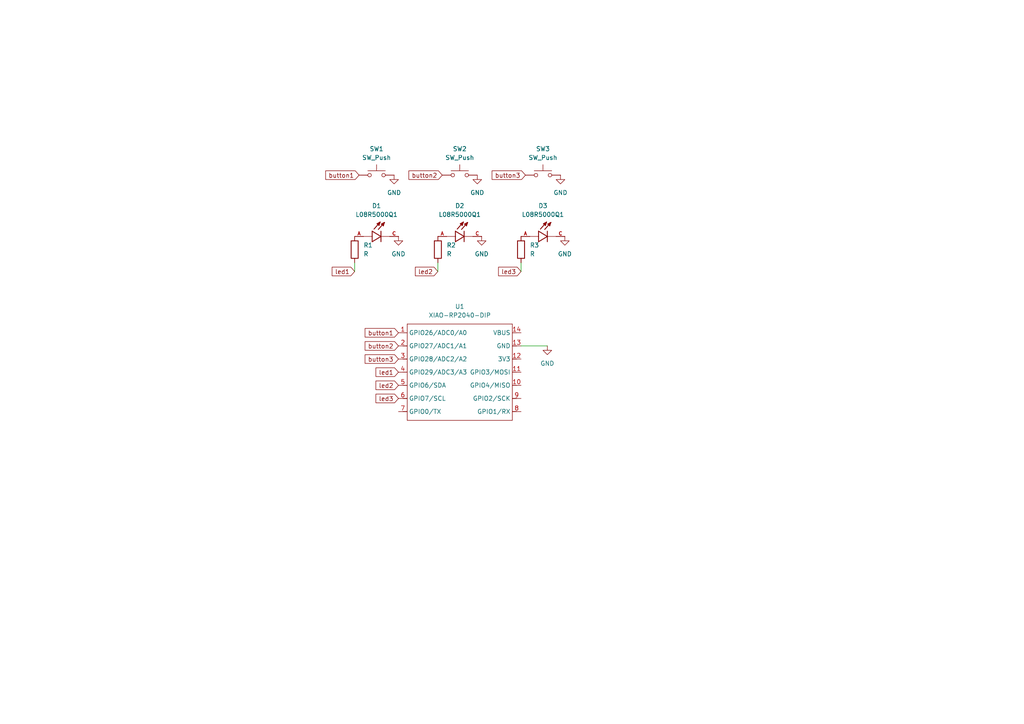
<source format=kicad_sch>
(kicad_sch
	(version 20250114)
	(generator "eeschema")
	(generator_version "9.0")
	(uuid "1e9290b3-2516-4212-965a-4c14fdc67eb5")
	(paper "A4")
	(lib_symbols
		(symbol "Device:R"
			(pin_numbers
				(hide yes)
			)
			(pin_names
				(offset 0)
			)
			(exclude_from_sim no)
			(in_bom yes)
			(on_board yes)
			(property "Reference" "R"
				(at 2.032 0 90)
				(effects
					(font
						(size 1.27 1.27)
					)
				)
			)
			(property "Value" "R"
				(at 0 0 90)
				(effects
					(font
						(size 1.27 1.27)
					)
				)
			)
			(property "Footprint" ""
				(at -1.778 0 90)
				(effects
					(font
						(size 1.27 1.27)
					)
					(hide yes)
				)
			)
			(property "Datasheet" "~"
				(at 0 0 0)
				(effects
					(font
						(size 1.27 1.27)
					)
					(hide yes)
				)
			)
			(property "Description" "Resistor"
				(at 0 0 0)
				(effects
					(font
						(size 1.27 1.27)
					)
					(hide yes)
				)
			)
			(property "ki_keywords" "R res resistor"
				(at 0 0 0)
				(effects
					(font
						(size 1.27 1.27)
					)
					(hide yes)
				)
			)
			(property "ki_fp_filters" "R_*"
				(at 0 0 0)
				(effects
					(font
						(size 1.27 1.27)
					)
					(hide yes)
				)
			)
			(symbol "R_0_1"
				(rectangle
					(start -1.016 -2.54)
					(end 1.016 2.54)
					(stroke
						(width 0.254)
						(type default)
					)
					(fill
						(type none)
					)
				)
			)
			(symbol "R_1_1"
				(pin passive line
					(at 0 3.81 270)
					(length 1.27)
					(name "~"
						(effects
							(font
								(size 1.27 1.27)
							)
						)
					)
					(number "1"
						(effects
							(font
								(size 1.27 1.27)
							)
						)
					)
				)
				(pin passive line
					(at 0 -3.81 90)
					(length 1.27)
					(name "~"
						(effects
							(font
								(size 1.27 1.27)
							)
						)
					)
					(number "2"
						(effects
							(font
								(size 1.27 1.27)
							)
						)
					)
				)
			)
			(embedded_fonts no)
		)
		(symbol "L08R5000Q1:L08R5000Q1"
			(pin_names
				(offset 1.016)
			)
			(exclude_from_sim no)
			(in_bom yes)
			(on_board yes)
			(property "Reference" "D"
				(at -3.0988 4.4958 0)
				(effects
					(font
						(size 1.27 1.27)
					)
					(justify left bottom)
				)
			)
			(property "Value" "L08R5000Q1"
				(at -3.556 -3.302 0)
				(effects
					(font
						(size 1.27 1.27)
					)
					(justify left bottom)
				)
			)
			(property "Footprint" "L08R5000Q1:LEDRD254W57D500H1070"
				(at 0 0 0)
				(effects
					(font
						(size 1.27 1.27)
					)
					(justify bottom)
					(hide yes)
				)
			)
			(property "Datasheet" ""
				(at 0 0 0)
				(effects
					(font
						(size 1.27 1.27)
					)
					(hide yes)
				)
			)
			(property "Description" ""
				(at 0 0 0)
				(effects
					(font
						(size 1.27 1.27)
					)
					(hide yes)
				)
			)
			(property "MF" "LED Technology"
				(at 0 0 0)
				(effects
					(font
						(size 1.27 1.27)
					)
					(justify bottom)
					(hide yes)
				)
			)
			(property "MAXIMUM_PACKAGE_HEIGHT" "10.7mm"
				(at 0 0 0)
				(effects
					(font
						(size 1.27 1.27)
					)
					(justify bottom)
					(hide yes)
				)
			)
			(property "Package" "None"
				(at 0 0 0)
				(effects
					(font
						(size 1.27 1.27)
					)
					(justify bottom)
					(hide yes)
				)
			)
			(property "Price" "None"
				(at 0 0 0)
				(effects
					(font
						(size 1.27 1.27)
					)
					(justify bottom)
					(hide yes)
				)
			)
			(property "Check_prices" "https://www.snapeda.com/parts/L08R5000Q1/LED+Technology/view-part/?ref=eda"
				(at 0 0 0)
				(effects
					(font
						(size 1.27 1.27)
					)
					(justify bottom)
					(hide yes)
				)
			)
			(property "STANDARD" "IPC-7351B"
				(at 0 0 0)
				(effects
					(font
						(size 1.27 1.27)
					)
					(justify bottom)
					(hide yes)
				)
			)
			(property "PARTREV" "NA"
				(at 0 0 0)
				(effects
					(font
						(size 1.27 1.27)
					)
					(justify bottom)
					(hide yes)
				)
			)
			(property "SnapEDA_Link" "https://www.snapeda.com/parts/L08R5000Q1/LED+Technology/view-part/?ref=snap"
				(at 0 0 0)
				(effects
					(font
						(size 1.27 1.27)
					)
					(justify bottom)
					(hide yes)
				)
			)
			(property "MP" "L08R5000Q1"
				(at 0 0 0)
				(effects
					(font
						(size 1.27 1.27)
					)
					(justify bottom)
					(hide yes)
				)
			)
			(property "Description_1" "LED, 5MM, ORANGE; LED / Lamp Size: 5mm / T-1 3/4; LED Colour: Orange; Typ Luminous Intensity: 4.3mcd; Viewing Angle: ..."
				(at 0 0 0)
				(effects
					(font
						(size 1.27 1.27)
					)
					(justify bottom)
					(hide yes)
				)
			)
			(property "Availability" "Not in stock"
				(at 0 0 0)
				(effects
					(font
						(size 1.27 1.27)
					)
					(justify bottom)
					(hide yes)
				)
			)
			(property "MANUFACTURER" "LED TECHNOLOGY"
				(at 0 0 0)
				(effects
					(font
						(size 1.27 1.27)
					)
					(justify bottom)
					(hide yes)
				)
			)
			(symbol "L08R5000Q1_0_0"
				(polyline
					(pts
						(xy -2.54 1.524) (xy -2.54 0)
					)
					(stroke
						(width 0.254)
						(type default)
					)
					(fill
						(type none)
					)
				)
				(polyline
					(pts
						(xy -2.54 0) (xy -5.08 0)
					)
					(stroke
						(width 0.1524)
						(type default)
					)
					(fill
						(type none)
					)
				)
				(polyline
					(pts
						(xy -2.54 0) (xy -2.54 -1.524)
					)
					(stroke
						(width 0.254)
						(type default)
					)
					(fill
						(type none)
					)
				)
				(polyline
					(pts
						(xy -2.54 -1.524) (xy 0 0)
					)
					(stroke
						(width 0.254)
						(type default)
					)
					(fill
						(type none)
					)
				)
				(polyline
					(pts
						(xy -1.1176 3.683) (xy -0.2286 4.1656)
					)
					(stroke
						(width 0.254)
						(type default)
					)
					(fill
						(type none)
					)
				)
				(polyline
					(pts
						(xy -0.9398 3.6068) (xy -0.7112 3.7592)
					)
					(stroke
						(width 0.254)
						(type default)
					)
					(fill
						(type none)
					)
				)
				(polyline
					(pts
						(xy -0.5588 3.2004) (xy -1.1176 3.683)
					)
					(stroke
						(width 0.254)
						(type default)
					)
					(fill
						(type none)
					)
				)
				(polyline
					(pts
						(xy -0.5588 3.2004) (xy -0.5334 3.937)
					)
					(stroke
						(width 0.254)
						(type default)
					)
					(fill
						(type none)
					)
				)
				(polyline
					(pts
						(xy -0.5334 3.937) (xy -0.6604 3.937)
					)
					(stroke
						(width 0.254)
						(type default)
					)
					(fill
						(type none)
					)
				)
				(polyline
					(pts
						(xy -0.2286 4.1656) (xy -2.0066 2.1336)
					)
					(stroke
						(width 0.254)
						(type default)
					)
					(fill
						(type none)
					)
				)
				(polyline
					(pts
						(xy -0.2286 4.1656) (xy -0.5588 3.2004)
					)
					(stroke
						(width 0.254)
						(type default)
					)
					(fill
						(type none)
					)
				)
				(polyline
					(pts
						(xy 0 1.524) (xy 0 0)
					)
					(stroke
						(width 0.254)
						(type default)
					)
					(fill
						(type none)
					)
				)
				(polyline
					(pts
						(xy 0 0) (xy -2.54 1.524)
					)
					(stroke
						(width 0.254)
						(type default)
					)
					(fill
						(type none)
					)
				)
				(polyline
					(pts
						(xy 0 0) (xy 0 -1.524)
					)
					(stroke
						(width 0.254)
						(type default)
					)
					(fill
						(type none)
					)
				)
				(polyline
					(pts
						(xy 0.127 3.5814) (xy 1.016 4.064)
					)
					(stroke
						(width 0.254)
						(type default)
					)
					(fill
						(type none)
					)
				)
				(polyline
					(pts
						(xy 0.3048 3.5052) (xy 0.5334 3.6576)
					)
					(stroke
						(width 0.254)
						(type default)
					)
					(fill
						(type none)
					)
				)
				(polyline
					(pts
						(xy 0.6858 3.0988) (xy 0.127 3.5814)
					)
					(stroke
						(width 0.254)
						(type default)
					)
					(fill
						(type none)
					)
				)
				(polyline
					(pts
						(xy 0.6858 3.0988) (xy 0.7112 3.8354)
					)
					(stroke
						(width 0.254)
						(type default)
					)
					(fill
						(type none)
					)
				)
				(polyline
					(pts
						(xy 0.7112 3.8354) (xy 0.5842 3.8354)
					)
					(stroke
						(width 0.254)
						(type default)
					)
					(fill
						(type none)
					)
				)
				(polyline
					(pts
						(xy 1.016 4.064) (xy -0.762 2.032)
					)
					(stroke
						(width 0.254)
						(type default)
					)
					(fill
						(type none)
					)
				)
				(polyline
					(pts
						(xy 1.016 4.064) (xy 0.6858 3.0988)
					)
					(stroke
						(width 0.254)
						(type default)
					)
					(fill
						(type none)
					)
				)
				(polyline
					(pts
						(xy 2.54 0) (xy 0 0)
					)
					(stroke
						(width 0.1524)
						(type default)
					)
					(fill
						(type none)
					)
				)
				(pin passive line
					(at -7.62 0 0)
					(length 2.54)
					(name "~"
						(effects
							(font
								(size 1.016 1.016)
							)
						)
					)
					(number "A"
						(effects
							(font
								(size 1.016 1.016)
							)
						)
					)
				)
				(pin passive line
					(at 5.08 0 180)
					(length 2.54)
					(name "~"
						(effects
							(font
								(size 1.016 1.016)
							)
						)
					)
					(number "C"
						(effects
							(font
								(size 1.016 1.016)
							)
						)
					)
				)
			)
			(embedded_fonts no)
		)
		(symbol "Seeed_Studio_XIAO_Series:XIAO-RP2040-DIP"
			(exclude_from_sim no)
			(in_bom yes)
			(on_board yes)
			(property "Reference" "U"
				(at 0 0 0)
				(effects
					(font
						(size 1.27 1.27)
					)
				)
			)
			(property "Value" "XIAO-RP2040-DIP"
				(at 5.334 -1.778 0)
				(effects
					(font
						(size 1.27 1.27)
					)
				)
			)
			(property "Footprint" "Module:MOUDLE14P-XIAO-DIP-SMD"
				(at 14.478 -32.258 0)
				(effects
					(font
						(size 1.27 1.27)
					)
					(hide yes)
				)
			)
			(property "Datasheet" ""
				(at 0 0 0)
				(effects
					(font
						(size 1.27 1.27)
					)
					(hide yes)
				)
			)
			(property "Description" ""
				(at 0 0 0)
				(effects
					(font
						(size 1.27 1.27)
					)
					(hide yes)
				)
			)
			(symbol "XIAO-RP2040-DIP_1_0"
				(polyline
					(pts
						(xy -1.27 -2.54) (xy 29.21 -2.54)
					)
					(stroke
						(width 0.1524)
						(type solid)
					)
					(fill
						(type none)
					)
				)
				(polyline
					(pts
						(xy -1.27 -5.08) (xy -2.54 -5.08)
					)
					(stroke
						(width 0.1524)
						(type solid)
					)
					(fill
						(type none)
					)
				)
				(polyline
					(pts
						(xy -1.27 -5.08) (xy -1.27 -2.54)
					)
					(stroke
						(width 0.1524)
						(type solid)
					)
					(fill
						(type none)
					)
				)
				(polyline
					(pts
						(xy -1.27 -8.89) (xy -2.54 -8.89)
					)
					(stroke
						(width 0.1524)
						(type solid)
					)
					(fill
						(type none)
					)
				)
				(polyline
					(pts
						(xy -1.27 -8.89) (xy -1.27 -5.08)
					)
					(stroke
						(width 0.1524)
						(type solid)
					)
					(fill
						(type none)
					)
				)
				(polyline
					(pts
						(xy -1.27 -12.7) (xy -2.54 -12.7)
					)
					(stroke
						(width 0.1524)
						(type solid)
					)
					(fill
						(type none)
					)
				)
				(polyline
					(pts
						(xy -1.27 -12.7) (xy -1.27 -8.89)
					)
					(stroke
						(width 0.1524)
						(type solid)
					)
					(fill
						(type none)
					)
				)
				(polyline
					(pts
						(xy -1.27 -16.51) (xy -2.54 -16.51)
					)
					(stroke
						(width 0.1524)
						(type solid)
					)
					(fill
						(type none)
					)
				)
				(polyline
					(pts
						(xy -1.27 -16.51) (xy -1.27 -12.7)
					)
					(stroke
						(width 0.1524)
						(type solid)
					)
					(fill
						(type none)
					)
				)
				(polyline
					(pts
						(xy -1.27 -20.32) (xy -2.54 -20.32)
					)
					(stroke
						(width 0.1524)
						(type solid)
					)
					(fill
						(type none)
					)
				)
				(polyline
					(pts
						(xy -1.27 -24.13) (xy -2.54 -24.13)
					)
					(stroke
						(width 0.1524)
						(type solid)
					)
					(fill
						(type none)
					)
				)
				(polyline
					(pts
						(xy -1.27 -27.94) (xy -2.54 -27.94)
					)
					(stroke
						(width 0.1524)
						(type solid)
					)
					(fill
						(type none)
					)
				)
				(polyline
					(pts
						(xy -1.27 -30.48) (xy -1.27 -16.51)
					)
					(stroke
						(width 0.1524)
						(type solid)
					)
					(fill
						(type none)
					)
				)
				(polyline
					(pts
						(xy 29.21 -2.54) (xy 29.21 -5.08)
					)
					(stroke
						(width 0.1524)
						(type solid)
					)
					(fill
						(type none)
					)
				)
				(polyline
					(pts
						(xy 29.21 -5.08) (xy 29.21 -8.89)
					)
					(stroke
						(width 0.1524)
						(type solid)
					)
					(fill
						(type none)
					)
				)
				(polyline
					(pts
						(xy 29.21 -8.89) (xy 29.21 -12.7)
					)
					(stroke
						(width 0.1524)
						(type solid)
					)
					(fill
						(type none)
					)
				)
				(polyline
					(pts
						(xy 29.21 -12.7) (xy 29.21 -30.48)
					)
					(stroke
						(width 0.1524)
						(type solid)
					)
					(fill
						(type none)
					)
				)
				(polyline
					(pts
						(xy 29.21 -30.48) (xy -1.27 -30.48)
					)
					(stroke
						(width 0.1524)
						(type solid)
					)
					(fill
						(type none)
					)
				)
				(polyline
					(pts
						(xy 30.48 -5.08) (xy 29.21 -5.08)
					)
					(stroke
						(width 0.1524)
						(type solid)
					)
					(fill
						(type none)
					)
				)
				(polyline
					(pts
						(xy 30.48 -8.89) (xy 29.21 -8.89)
					)
					(stroke
						(width 0.1524)
						(type solid)
					)
					(fill
						(type none)
					)
				)
				(polyline
					(pts
						(xy 30.48 -12.7) (xy 29.21 -12.7)
					)
					(stroke
						(width 0.1524)
						(type solid)
					)
					(fill
						(type none)
					)
				)
				(polyline
					(pts
						(xy 30.48 -16.51) (xy 29.21 -16.51)
					)
					(stroke
						(width 0.1524)
						(type solid)
					)
					(fill
						(type none)
					)
				)
				(polyline
					(pts
						(xy 30.48 -20.32) (xy 29.21 -20.32)
					)
					(stroke
						(width 0.1524)
						(type solid)
					)
					(fill
						(type none)
					)
				)
				(polyline
					(pts
						(xy 30.48 -24.13) (xy 29.21 -24.13)
					)
					(stroke
						(width 0.1524)
						(type solid)
					)
					(fill
						(type none)
					)
				)
				(polyline
					(pts
						(xy 30.48 -27.94) (xy 29.21 -27.94)
					)
					(stroke
						(width 0.1524)
						(type solid)
					)
					(fill
						(type none)
					)
				)
				(pin passive line
					(at -3.81 -5.08 0)
					(length 2.54)
					(name "GPIO26/ADC0/A0"
						(effects
							(font
								(size 1.27 1.27)
							)
						)
					)
					(number "1"
						(effects
							(font
								(size 1.27 1.27)
							)
						)
					)
				)
				(pin passive line
					(at -3.81 -8.89 0)
					(length 2.54)
					(name "GPIO27/ADC1/A1"
						(effects
							(font
								(size 1.27 1.27)
							)
						)
					)
					(number "2"
						(effects
							(font
								(size 1.27 1.27)
							)
						)
					)
				)
				(pin passive line
					(at -3.81 -12.7 0)
					(length 2.54)
					(name "GPIO28/ADC2/A2"
						(effects
							(font
								(size 1.27 1.27)
							)
						)
					)
					(number "3"
						(effects
							(font
								(size 1.27 1.27)
							)
						)
					)
				)
				(pin passive line
					(at -3.81 -16.51 0)
					(length 2.54)
					(name "GPIO29/ADC3/A3"
						(effects
							(font
								(size 1.27 1.27)
							)
						)
					)
					(number "4"
						(effects
							(font
								(size 1.27 1.27)
							)
						)
					)
				)
				(pin passive line
					(at -3.81 -20.32 0)
					(length 2.54)
					(name "GPIO6/SDA"
						(effects
							(font
								(size 1.27 1.27)
							)
						)
					)
					(number "5"
						(effects
							(font
								(size 1.27 1.27)
							)
						)
					)
				)
				(pin passive line
					(at -3.81 -24.13 0)
					(length 2.54)
					(name "GPIO7/SCL"
						(effects
							(font
								(size 1.27 1.27)
							)
						)
					)
					(number "6"
						(effects
							(font
								(size 1.27 1.27)
							)
						)
					)
				)
				(pin passive line
					(at -3.81 -27.94 0)
					(length 2.54)
					(name "GPIO0/TX"
						(effects
							(font
								(size 1.27 1.27)
							)
						)
					)
					(number "7"
						(effects
							(font
								(size 1.27 1.27)
							)
						)
					)
				)
				(pin passive line
					(at 31.75 -5.08 180)
					(length 2.54)
					(name "VBUS"
						(effects
							(font
								(size 1.27 1.27)
							)
						)
					)
					(number "14"
						(effects
							(font
								(size 1.27 1.27)
							)
						)
					)
				)
				(pin passive line
					(at 31.75 -8.89 180)
					(length 2.54)
					(name "GND"
						(effects
							(font
								(size 1.27 1.27)
							)
						)
					)
					(number "13"
						(effects
							(font
								(size 1.27 1.27)
							)
						)
					)
				)
				(pin passive line
					(at 31.75 -12.7 180)
					(length 2.54)
					(name "3V3"
						(effects
							(font
								(size 1.27 1.27)
							)
						)
					)
					(number "12"
						(effects
							(font
								(size 1.27 1.27)
							)
						)
					)
				)
				(pin passive line
					(at 31.75 -16.51 180)
					(length 2.54)
					(name "GPIO3/MOSI"
						(effects
							(font
								(size 1.27 1.27)
							)
						)
					)
					(number "11"
						(effects
							(font
								(size 1.27 1.27)
							)
						)
					)
				)
				(pin passive line
					(at 31.75 -20.32 180)
					(length 2.54)
					(name "GPIO4/MISO"
						(effects
							(font
								(size 1.27 1.27)
							)
						)
					)
					(number "10"
						(effects
							(font
								(size 1.27 1.27)
							)
						)
					)
				)
				(pin passive line
					(at 31.75 -24.13 180)
					(length 2.54)
					(name "GPIO2/SCK"
						(effects
							(font
								(size 1.27 1.27)
							)
						)
					)
					(number "9"
						(effects
							(font
								(size 1.27 1.27)
							)
						)
					)
				)
				(pin passive line
					(at 31.75 -27.94 180)
					(length 2.54)
					(name "GPIO1/RX"
						(effects
							(font
								(size 1.27 1.27)
							)
						)
					)
					(number "8"
						(effects
							(font
								(size 1.27 1.27)
							)
						)
					)
				)
			)
			(embedded_fonts no)
		)
		(symbol "Switch:SW_Push"
			(pin_numbers
				(hide yes)
			)
			(pin_names
				(offset 1.016)
				(hide yes)
			)
			(exclude_from_sim no)
			(in_bom yes)
			(on_board yes)
			(property "Reference" "SW"
				(at 1.27 2.54 0)
				(effects
					(font
						(size 1.27 1.27)
					)
					(justify left)
				)
			)
			(property "Value" "SW_Push"
				(at 0 -1.524 0)
				(effects
					(font
						(size 1.27 1.27)
					)
				)
			)
			(property "Footprint" ""
				(at 0 5.08 0)
				(effects
					(font
						(size 1.27 1.27)
					)
					(hide yes)
				)
			)
			(property "Datasheet" "~"
				(at 0 5.08 0)
				(effects
					(font
						(size 1.27 1.27)
					)
					(hide yes)
				)
			)
			(property "Description" "Push button switch, generic, two pins"
				(at 0 0 0)
				(effects
					(font
						(size 1.27 1.27)
					)
					(hide yes)
				)
			)
			(property "ki_keywords" "switch normally-open pushbutton push-button"
				(at 0 0 0)
				(effects
					(font
						(size 1.27 1.27)
					)
					(hide yes)
				)
			)
			(symbol "SW_Push_0_1"
				(circle
					(center -2.032 0)
					(radius 0.508)
					(stroke
						(width 0)
						(type default)
					)
					(fill
						(type none)
					)
				)
				(polyline
					(pts
						(xy 0 1.27) (xy 0 3.048)
					)
					(stroke
						(width 0)
						(type default)
					)
					(fill
						(type none)
					)
				)
				(circle
					(center 2.032 0)
					(radius 0.508)
					(stroke
						(width 0)
						(type default)
					)
					(fill
						(type none)
					)
				)
				(polyline
					(pts
						(xy 2.54 1.27) (xy -2.54 1.27)
					)
					(stroke
						(width 0)
						(type default)
					)
					(fill
						(type none)
					)
				)
				(pin passive line
					(at -5.08 0 0)
					(length 2.54)
					(name "1"
						(effects
							(font
								(size 1.27 1.27)
							)
						)
					)
					(number "1"
						(effects
							(font
								(size 1.27 1.27)
							)
						)
					)
				)
				(pin passive line
					(at 5.08 0 180)
					(length 2.54)
					(name "2"
						(effects
							(font
								(size 1.27 1.27)
							)
						)
					)
					(number "2"
						(effects
							(font
								(size 1.27 1.27)
							)
						)
					)
				)
			)
			(embedded_fonts no)
		)
		(symbol "power:GND"
			(power)
			(pin_numbers
				(hide yes)
			)
			(pin_names
				(offset 0)
				(hide yes)
			)
			(exclude_from_sim no)
			(in_bom yes)
			(on_board yes)
			(property "Reference" "#PWR"
				(at 0 -6.35 0)
				(effects
					(font
						(size 1.27 1.27)
					)
					(hide yes)
				)
			)
			(property "Value" "GND"
				(at 0 -3.81 0)
				(effects
					(font
						(size 1.27 1.27)
					)
				)
			)
			(property "Footprint" ""
				(at 0 0 0)
				(effects
					(font
						(size 1.27 1.27)
					)
					(hide yes)
				)
			)
			(property "Datasheet" ""
				(at 0 0 0)
				(effects
					(font
						(size 1.27 1.27)
					)
					(hide yes)
				)
			)
			(property "Description" "Power symbol creates a global label with name \"GND\" , ground"
				(at 0 0 0)
				(effects
					(font
						(size 1.27 1.27)
					)
					(hide yes)
				)
			)
			(property "ki_keywords" "global power"
				(at 0 0 0)
				(effects
					(font
						(size 1.27 1.27)
					)
					(hide yes)
				)
			)
			(symbol "GND_0_1"
				(polyline
					(pts
						(xy 0 0) (xy 0 -1.27) (xy 1.27 -1.27) (xy 0 -2.54) (xy -1.27 -1.27) (xy 0 -1.27)
					)
					(stroke
						(width 0)
						(type default)
					)
					(fill
						(type none)
					)
				)
			)
			(symbol "GND_1_1"
				(pin power_in line
					(at 0 0 270)
					(length 0)
					(name "~"
						(effects
							(font
								(size 1.27 1.27)
							)
						)
					)
					(number "1"
						(effects
							(font
								(size 1.27 1.27)
							)
						)
					)
				)
			)
			(embedded_fonts no)
		)
	)
	(wire
		(pts
			(xy 151.13 100.33) (xy 158.75 100.33)
		)
		(stroke
			(width 0)
			(type default)
		)
		(uuid "29fcf59e-f064-4dbd-b6ae-45e85b63b5f8")
	)
	(wire
		(pts
			(xy 102.87 78.74) (xy 102.87 76.2)
		)
		(stroke
			(width 0)
			(type default)
		)
		(uuid "516810e8-fac7-49aa-8c25-f0b569ac0946")
	)
	(wire
		(pts
			(xy 127 78.74) (xy 127 76.2)
		)
		(stroke
			(width 0)
			(type default)
		)
		(uuid "622a16b4-2b3d-4a77-b3a6-fe0fc528a6c3")
	)
	(wire
		(pts
			(xy 151.13 78.74) (xy 151.13 76.2)
		)
		(stroke
			(width 0)
			(type default)
		)
		(uuid "d4f40c6e-8bfb-472a-be44-c78efd34d3b9")
	)
	(global_label "button3"
		(shape input)
		(at 152.4 50.8 180)
		(fields_autoplaced yes)
		(effects
			(font
				(size 1.27 1.27)
			)
			(justify right)
		)
		(uuid "03084eaf-bd04-4f37-85a8-06eb8a13f673")
		(property "Intersheetrefs" "${INTERSHEET_REFS}"
			(at 142.1579 50.8 0)
			(effects
				(font
					(size 1.27 1.27)
				)
				(justify right)
				(hide yes)
			)
		)
	)
	(global_label "led2"
		(shape input)
		(at 127 78.74 180)
		(fields_autoplaced yes)
		(effects
			(font
				(size 1.27 1.27)
			)
			(justify right)
		)
		(uuid "2aecf968-688b-4c1c-8943-99081167db04")
		(property "Intersheetrefs" "${INTERSHEET_REFS}"
			(at 119.9025 78.74 0)
			(effects
				(font
					(size 1.27 1.27)
				)
				(justify right)
				(hide yes)
			)
		)
	)
	(global_label "led3"
		(shape input)
		(at 151.13 78.74 180)
		(fields_autoplaced yes)
		(effects
			(font
				(size 1.27 1.27)
			)
			(justify right)
		)
		(uuid "4cc3aa2c-8786-46bd-93fc-ea4f005d3ca6")
		(property "Intersheetrefs" "${INTERSHEET_REFS}"
			(at 144.0325 78.74 0)
			(effects
				(font
					(size 1.27 1.27)
				)
				(justify right)
				(hide yes)
			)
		)
	)
	(global_label "led1"
		(shape input)
		(at 102.87 78.74 180)
		(fields_autoplaced yes)
		(effects
			(font
				(size 1.27 1.27)
			)
			(justify right)
		)
		(uuid "82b5d4fb-dee1-49a1-beaa-22511c65101b")
		(property "Intersheetrefs" "${INTERSHEET_REFS}"
			(at 95.7725 78.74 0)
			(effects
				(font
					(size 1.27 1.27)
				)
				(justify right)
				(hide yes)
			)
		)
	)
	(global_label "led1"
		(shape input)
		(at 115.57 107.95 180)
		(fields_autoplaced yes)
		(effects
			(font
				(size 1.27 1.27)
			)
			(justify right)
		)
		(uuid "ab7613cf-b06b-403b-a21c-6cee5e231758")
		(property "Intersheetrefs" "${INTERSHEET_REFS}"
			(at 108.4725 107.95 0)
			(effects
				(font
					(size 1.27 1.27)
				)
				(justify right)
				(hide yes)
			)
		)
	)
	(global_label "button2"
		(shape input)
		(at 128.27 50.8 180)
		(fields_autoplaced yes)
		(effects
			(font
				(size 1.27 1.27)
			)
			(justify right)
		)
		(uuid "ad6f621a-5b50-4bc2-95ff-95d83b546e6f")
		(property "Intersheetrefs" "${INTERSHEET_REFS}"
			(at 118.0279 50.8 0)
			(effects
				(font
					(size 1.27 1.27)
				)
				(justify right)
				(hide yes)
			)
		)
	)
	(global_label "button2"
		(shape input)
		(at 115.57 100.33 180)
		(fields_autoplaced yes)
		(effects
			(font
				(size 1.27 1.27)
			)
			(justify right)
		)
		(uuid "b36b6ec6-e97d-477b-b561-c7a5bb9afc8e")
		(property "Intersheetrefs" "${INTERSHEET_REFS}"
			(at 105.3279 100.33 0)
			(effects
				(font
					(size 1.27 1.27)
				)
				(justify right)
				(hide yes)
			)
		)
	)
	(global_label "led2"
		(shape input)
		(at 115.57 111.76 180)
		(fields_autoplaced yes)
		(effects
			(font
				(size 1.27 1.27)
			)
			(justify right)
		)
		(uuid "cf719976-22f5-478b-bf82-97e3e3070b73")
		(property "Intersheetrefs" "${INTERSHEET_REFS}"
			(at 108.4725 111.76 0)
			(effects
				(font
					(size 1.27 1.27)
				)
				(justify right)
				(hide yes)
			)
		)
	)
	(global_label "button1"
		(shape input)
		(at 115.57 96.52 180)
		(fields_autoplaced yes)
		(effects
			(font
				(size 1.27 1.27)
			)
			(justify right)
		)
		(uuid "d27145d1-2dfe-4d0e-9661-457b9a947634")
		(property "Intersheetrefs" "${INTERSHEET_REFS}"
			(at 105.3279 96.52 0)
			(effects
				(font
					(size 1.27 1.27)
				)
				(justify right)
				(hide yes)
			)
		)
	)
	(global_label "button1"
		(shape input)
		(at 104.14 50.8 180)
		(fields_autoplaced yes)
		(effects
			(font
				(size 1.27 1.27)
			)
			(justify right)
		)
		(uuid "de8f352f-89a7-4b2f-a2d2-b2dbcd0805d3")
		(property "Intersheetrefs" "${INTERSHEET_REFS}"
			(at 93.8979 50.8 0)
			(effects
				(font
					(size 1.27 1.27)
				)
				(justify right)
				(hide yes)
			)
		)
	)
	(global_label "led3"
		(shape input)
		(at 115.57 115.57 180)
		(fields_autoplaced yes)
		(effects
			(font
				(size 1.27 1.27)
			)
			(justify right)
		)
		(uuid "df0792f7-e70c-4918-9021-d1b08990f058")
		(property "Intersheetrefs" "${INTERSHEET_REFS}"
			(at 108.4725 115.57 0)
			(effects
				(font
					(size 1.27 1.27)
				)
				(justify right)
				(hide yes)
			)
		)
	)
	(global_label "button3"
		(shape input)
		(at 115.57 104.14 180)
		(fields_autoplaced yes)
		(effects
			(font
				(size 1.27 1.27)
			)
			(justify right)
		)
		(uuid "eb5a2f45-da7e-4828-9553-db1d6fbbd5f5")
		(property "Intersheetrefs" "${INTERSHEET_REFS}"
			(at 105.3279 104.14 0)
			(effects
				(font
					(size 1.27 1.27)
				)
				(justify right)
				(hide yes)
			)
		)
	)
	(symbol
		(lib_id "L08R5000Q1:L08R5000Q1")
		(at 134.62 68.58 0)
		(unit 1)
		(exclude_from_sim no)
		(in_bom yes)
		(on_board yes)
		(dnp no)
		(fields_autoplaced yes)
		(uuid "09b3f50a-46db-4ce2-bf52-8fdff8957f66")
		(property "Reference" "D2"
			(at 133.35 59.69 0)
			(effects
				(font
					(size 1.27 1.27)
				)
			)
		)
		(property "Value" "L08R5000Q1"
			(at 133.35 62.23 0)
			(effects
				(font
					(size 1.27 1.27)
				)
			)
		)
		(property "Footprint" "L08R5000Q1:LEDRD254W57D500H1070"
			(at 134.62 68.58 0)
			(effects
				(font
					(size 1.27 1.27)
				)
				(justify bottom)
				(hide yes)
			)
		)
		(property "Datasheet" ""
			(at 134.62 68.58 0)
			(effects
				(font
					(size 1.27 1.27)
				)
				(hide yes)
			)
		)
		(property "Description" ""
			(at 134.62 68.58 0)
			(effects
				(font
					(size 1.27 1.27)
				)
				(hide yes)
			)
		)
		(property "MF" "LED Technology"
			(at 134.62 68.58 0)
			(effects
				(font
					(size 1.27 1.27)
				)
				(justify bottom)
				(hide yes)
			)
		)
		(property "MAXIMUM_PACKAGE_HEIGHT" "10.7mm"
			(at 134.62 68.58 0)
			(effects
				(font
					(size 1.27 1.27)
				)
				(justify bottom)
				(hide yes)
			)
		)
		(property "Package" "None"
			(at 134.62 68.58 0)
			(effects
				(font
					(size 1.27 1.27)
				)
				(justify bottom)
				(hide yes)
			)
		)
		(property "Price" "None"
			(at 134.62 68.58 0)
			(effects
				(font
					(size 1.27 1.27)
				)
				(justify bottom)
				(hide yes)
			)
		)
		(property "Check_prices" "https://www.snapeda.com/parts/L08R5000Q1/LED+Technology/view-part/?ref=eda"
			(at 134.62 68.58 0)
			(effects
				(font
					(size 1.27 1.27)
				)
				(justify bottom)
				(hide yes)
			)
		)
		(property "STANDARD" "IPC-7351B"
			(at 134.62 68.58 0)
			(effects
				(font
					(size 1.27 1.27)
				)
				(justify bottom)
				(hide yes)
			)
		)
		(property "PARTREV" "NA"
			(at 134.62 68.58 0)
			(effects
				(font
					(size 1.27 1.27)
				)
				(justify bottom)
				(hide yes)
			)
		)
		(property "SnapEDA_Link" "https://www.snapeda.com/parts/L08R5000Q1/LED+Technology/view-part/?ref=snap"
			(at 134.62 68.58 0)
			(effects
				(font
					(size 1.27 1.27)
				)
				(justify bottom)
				(hide yes)
			)
		)
		(property "MP" "L08R5000Q1"
			(at 134.62 68.58 0)
			(effects
				(font
					(size 1.27 1.27)
				)
				(justify bottom)
				(hide yes)
			)
		)
		(property "Description_1" "LED, 5MM, ORANGE; LED / Lamp Size: 5mm / T-1 3/4; LED Colour: Orange; Typ Luminous Intensity: 4.3mcd; Viewing Angle: ..."
			(at 134.62 68.58 0)
			(effects
				(font
					(size 1.27 1.27)
				)
				(justify bottom)
				(hide yes)
			)
		)
		(property "Availability" "Not in stock"
			(at 134.62 68.58 0)
			(effects
				(font
					(size 1.27 1.27)
				)
				(justify bottom)
				(hide yes)
			)
		)
		(property "MANUFACTURER" "LED TECHNOLOGY"
			(at 134.62 68.58 0)
			(effects
				(font
					(size 1.27 1.27)
				)
				(justify bottom)
				(hide yes)
			)
		)
		(pin "A"
			(uuid "44b35d63-8f07-4d26-b6c6-836e582053dd")
		)
		(pin "C"
			(uuid "9dbbbfa7-7cb7-480a-9e68-832b7ca13a05")
		)
		(instances
			(project ""
				(path "/1e9290b3-2516-4212-965a-4c14fdc67eb5"
					(reference "D2")
					(unit 1)
				)
			)
		)
	)
	(symbol
		(lib_id "L08R5000Q1:L08R5000Q1")
		(at 110.49 68.58 0)
		(unit 1)
		(exclude_from_sim no)
		(in_bom yes)
		(on_board yes)
		(dnp no)
		(fields_autoplaced yes)
		(uuid "20569f2e-3c2b-42b2-9c90-14634338cf19")
		(property "Reference" "D1"
			(at 109.22 59.69 0)
			(effects
				(font
					(size 1.27 1.27)
				)
			)
		)
		(property "Value" "L08R5000Q1"
			(at 109.22 62.23 0)
			(effects
				(font
					(size 1.27 1.27)
				)
			)
		)
		(property "Footprint" "L08R5000Q1:LEDRD254W57D500H1070"
			(at 110.49 68.58 0)
			(effects
				(font
					(size 1.27 1.27)
				)
				(justify bottom)
				(hide yes)
			)
		)
		(property "Datasheet" ""
			(at 110.49 68.58 0)
			(effects
				(font
					(size 1.27 1.27)
				)
				(hide yes)
			)
		)
		(property "Description" ""
			(at 110.49 68.58 0)
			(effects
				(font
					(size 1.27 1.27)
				)
				(hide yes)
			)
		)
		(property "MF" "LED Technology"
			(at 110.49 68.58 0)
			(effects
				(font
					(size 1.27 1.27)
				)
				(justify bottom)
				(hide yes)
			)
		)
		(property "MAXIMUM_PACKAGE_HEIGHT" "10.7mm"
			(at 110.49 68.58 0)
			(effects
				(font
					(size 1.27 1.27)
				)
				(justify bottom)
				(hide yes)
			)
		)
		(property "Package" "None"
			(at 110.49 68.58 0)
			(effects
				(font
					(size 1.27 1.27)
				)
				(justify bottom)
				(hide yes)
			)
		)
		(property "Price" "None"
			(at 110.49 68.58 0)
			(effects
				(font
					(size 1.27 1.27)
				)
				(justify bottom)
				(hide yes)
			)
		)
		(property "Check_prices" "https://www.snapeda.com/parts/L08R5000Q1/LED+Technology/view-part/?ref=eda"
			(at 110.49 68.58 0)
			(effects
				(font
					(size 1.27 1.27)
				)
				(justify bottom)
				(hide yes)
			)
		)
		(property "STANDARD" "IPC-7351B"
			(at 110.49 68.58 0)
			(effects
				(font
					(size 1.27 1.27)
				)
				(justify bottom)
				(hide yes)
			)
		)
		(property "PARTREV" "NA"
			(at 110.49 68.58 0)
			(effects
				(font
					(size 1.27 1.27)
				)
				(justify bottom)
				(hide yes)
			)
		)
		(property "SnapEDA_Link" "https://www.snapeda.com/parts/L08R5000Q1/LED+Technology/view-part/?ref=snap"
			(at 110.49 68.58 0)
			(effects
				(font
					(size 1.27 1.27)
				)
				(justify bottom)
				(hide yes)
			)
		)
		(property "MP" "L08R5000Q1"
			(at 110.49 68.58 0)
			(effects
				(font
					(size 1.27 1.27)
				)
				(justify bottom)
				(hide yes)
			)
		)
		(property "Description_1" "LED, 5MM, ORANGE; LED / Lamp Size: 5mm / T-1 3/4; LED Colour: Orange; Typ Luminous Intensity: 4.3mcd; Viewing Angle: ..."
			(at 110.49 68.58 0)
			(effects
				(font
					(size 1.27 1.27)
				)
				(justify bottom)
				(hide yes)
			)
		)
		(property "Availability" "Not in stock"
			(at 110.49 68.58 0)
			(effects
				(font
					(size 1.27 1.27)
				)
				(justify bottom)
				(hide yes)
			)
		)
		(property "MANUFACTURER" "LED TECHNOLOGY"
			(at 110.49 68.58 0)
			(effects
				(font
					(size 1.27 1.27)
				)
				(justify bottom)
				(hide yes)
			)
		)
		(pin "C"
			(uuid "4e7056a1-7240-44e5-b4b2-6e34b1f13f71")
		)
		(pin "A"
			(uuid "b336490d-37d4-48d4-a8e0-37030b6dff96")
		)
		(instances
			(project ""
				(path "/1e9290b3-2516-4212-965a-4c14fdc67eb5"
					(reference "D1")
					(unit 1)
				)
			)
		)
	)
	(symbol
		(lib_id "Seeed_Studio_XIAO_Series:XIAO-RP2040-DIP")
		(at 119.38 91.44 0)
		(unit 1)
		(exclude_from_sim no)
		(in_bom yes)
		(on_board yes)
		(dnp no)
		(fields_autoplaced yes)
		(uuid "3f36ba81-ae14-42ad-b493-a6ffeb4f498e")
		(property "Reference" "U1"
			(at 133.35 88.9 0)
			(effects
				(font
					(size 1.27 1.27)
				)
			)
		)
		(property "Value" "XIAO-RP2040-DIP"
			(at 133.35 91.44 0)
			(effects
				(font
					(size 1.27 1.27)
				)
			)
		)
		(property "Footprint" "Module:MOUDLE14P-XIAO-DIP-SMD"
			(at 133.858 123.698 0)
			(effects
				(font
					(size 1.27 1.27)
				)
				(hide yes)
			)
		)
		(property "Datasheet" ""
			(at 119.38 91.44 0)
			(effects
				(font
					(size 1.27 1.27)
				)
				(hide yes)
			)
		)
		(property "Description" ""
			(at 119.38 91.44 0)
			(effects
				(font
					(size 1.27 1.27)
				)
				(hide yes)
			)
		)
		(pin "9"
			(uuid "0dc99110-7b91-4e7b-9064-0ffec2911af8")
		)
		(pin "2"
			(uuid "ec70fbb3-9881-4e48-8e99-c09c951a6cb9")
		)
		(pin "3"
			(uuid "5d56a849-50f9-4562-8ebe-3ed13e4e3d51")
		)
		(pin "1"
			(uuid "a8641d53-ed38-4d8f-a840-afbd712cdfa7")
		)
		(pin "6"
			(uuid "384e8263-d28b-48aa-8cee-cc52dc8013ad")
		)
		(pin "7"
			(uuid "e0dbc381-f7f2-4c87-8a88-c3efe6c3eab1")
		)
		(pin "14"
			(uuid "76a06c07-6cc4-4e33-bb1b-da57ab419406")
		)
		(pin "13"
			(uuid "3c7d2329-9d28-4176-bb54-54aa15236d57")
		)
		(pin "12"
			(uuid "9b09968e-1b58-4db0-8ec7-499ea6c6f6f3")
		)
		(pin "8"
			(uuid "87d12c19-5cc4-4a06-9eb1-9c30adbd4a04")
		)
		(pin "11"
			(uuid "c079bc8f-9234-4985-9b44-bcbaa8b64db6")
		)
		(pin "5"
			(uuid "cdad6fec-0f1c-49c5-bded-2390a4aaa99d")
		)
		(pin "4"
			(uuid "cee2ebaa-0cf7-466d-b9e2-a129407b7a01")
		)
		(pin "10"
			(uuid "90325023-701a-4ac9-af7f-968b5c637c14")
		)
		(instances
			(project ""
				(path "/1e9290b3-2516-4212-965a-4c14fdc67eb5"
					(reference "U1")
					(unit 1)
				)
			)
		)
	)
	(symbol
		(lib_id "power:GND")
		(at 114.3 50.8 0)
		(unit 1)
		(exclude_from_sim no)
		(in_bom yes)
		(on_board yes)
		(dnp no)
		(fields_autoplaced yes)
		(uuid "494220ab-d9e6-4e2d-99dc-85efe888f27d")
		(property "Reference" "#PWR07"
			(at 114.3 57.15 0)
			(effects
				(font
					(size 1.27 1.27)
				)
				(hide yes)
			)
		)
		(property "Value" "GND"
			(at 114.3 55.88 0)
			(effects
				(font
					(size 1.27 1.27)
				)
			)
		)
		(property "Footprint" ""
			(at 114.3 50.8 0)
			(effects
				(font
					(size 1.27 1.27)
				)
				(hide yes)
			)
		)
		(property "Datasheet" ""
			(at 114.3 50.8 0)
			(effects
				(font
					(size 1.27 1.27)
				)
				(hide yes)
			)
		)
		(property "Description" "Power symbol creates a global label with name \"GND\" , ground"
			(at 114.3 50.8 0)
			(effects
				(font
					(size 1.27 1.27)
				)
				(hide yes)
			)
		)
		(pin "1"
			(uuid "59f34e60-6cd4-436c-ae73-6689d7432d00")
		)
		(instances
			(project ""
				(path "/1e9290b3-2516-4212-965a-4c14fdc67eb5"
					(reference "#PWR07")
					(unit 1)
				)
			)
		)
	)
	(symbol
		(lib_id "Device:R")
		(at 102.87 72.39 0)
		(unit 1)
		(exclude_from_sim no)
		(in_bom yes)
		(on_board yes)
		(dnp no)
		(fields_autoplaced yes)
		(uuid "500b80eb-91ee-4a31-8b2f-b1c00532d6ca")
		(property "Reference" "R1"
			(at 105.41 71.1199 0)
			(effects
				(font
					(size 1.27 1.27)
				)
				(justify left)
			)
		)
		(property "Value" "R"
			(at 105.41 73.6599 0)
			(effects
				(font
					(size 1.27 1.27)
				)
				(justify left)
			)
		)
		(property "Footprint" ""
			(at 101.092 72.39 90)
			(effects
				(font
					(size 1.27 1.27)
				)
				(hide yes)
			)
		)
		(property "Datasheet" "~"
			(at 102.87 72.39 0)
			(effects
				(font
					(size 1.27 1.27)
				)
				(hide yes)
			)
		)
		(property "Description" "Resistor"
			(at 102.87 72.39 0)
			(effects
				(font
					(size 1.27 1.27)
				)
				(hide yes)
			)
		)
		(pin "2"
			(uuid "1a797e6f-689d-4fea-9b96-268779f0320f")
		)
		(pin "1"
			(uuid "2ae7045d-8fbe-48a1-b690-1332356fbb7e")
		)
		(instances
			(project ""
				(path "/1e9290b3-2516-4212-965a-4c14fdc67eb5"
					(reference "R1")
					(unit 1)
				)
			)
		)
	)
	(symbol
		(lib_id "Switch:SW_Push")
		(at 133.35 50.8 0)
		(unit 1)
		(exclude_from_sim no)
		(in_bom yes)
		(on_board yes)
		(dnp no)
		(fields_autoplaced yes)
		(uuid "6369d041-05ee-4770-993b-54b478ae1d37")
		(property "Reference" "SW2"
			(at 133.35 43.18 0)
			(effects
				(font
					(size 1.27 1.27)
				)
			)
		)
		(property "Value" "SW_Push"
			(at 133.35 45.72 0)
			(effects
				(font
					(size 1.27 1.27)
				)
			)
		)
		(property "Footprint" ""
			(at 133.35 45.72 0)
			(effects
				(font
					(size 1.27 1.27)
				)
				(hide yes)
			)
		)
		(property "Datasheet" "~"
			(at 133.35 45.72 0)
			(effects
				(font
					(size 1.27 1.27)
				)
				(hide yes)
			)
		)
		(property "Description" "Push button switch, generic, two pins"
			(at 133.35 50.8 0)
			(effects
				(font
					(size 1.27 1.27)
				)
				(hide yes)
			)
		)
		(pin "1"
			(uuid "f2fbddb4-be3b-4518-bac7-2231e71e037e")
		)
		(pin "2"
			(uuid "82a94a14-a945-499b-ac44-30f6d9bbf9df")
		)
		(instances
			(project ""
				(path "/1e9290b3-2516-4212-965a-4c14fdc67eb5"
					(reference "SW2")
					(unit 1)
				)
			)
		)
	)
	(symbol
		(lib_id "power:GND")
		(at 139.7 68.58 0)
		(unit 1)
		(exclude_from_sim no)
		(in_bom yes)
		(on_board yes)
		(dnp no)
		(fields_autoplaced yes)
		(uuid "6b4b993e-104a-4f5f-bec2-235150916e00")
		(property "Reference" "#PWR03"
			(at 139.7 74.93 0)
			(effects
				(font
					(size 1.27 1.27)
				)
				(hide yes)
			)
		)
		(property "Value" "GND"
			(at 139.7 73.66 0)
			(effects
				(font
					(size 1.27 1.27)
				)
			)
		)
		(property "Footprint" ""
			(at 139.7 68.58 0)
			(effects
				(font
					(size 1.27 1.27)
				)
				(hide yes)
			)
		)
		(property "Datasheet" ""
			(at 139.7 68.58 0)
			(effects
				(font
					(size 1.27 1.27)
				)
				(hide yes)
			)
		)
		(property "Description" "Power symbol creates a global label with name \"GND\" , ground"
			(at 139.7 68.58 0)
			(effects
				(font
					(size 1.27 1.27)
				)
				(hide yes)
			)
		)
		(pin "1"
			(uuid "d450fbaf-4311-4237-bced-95df3ce6c08a")
		)
		(instances
			(project ""
				(path "/1e9290b3-2516-4212-965a-4c14fdc67eb5"
					(reference "#PWR03")
					(unit 1)
				)
			)
		)
	)
	(symbol
		(lib_id "Switch:SW_Push")
		(at 157.48 50.8 0)
		(unit 1)
		(exclude_from_sim no)
		(in_bom yes)
		(on_board yes)
		(dnp no)
		(fields_autoplaced yes)
		(uuid "735dfc35-1798-4642-9ae2-1779d4d8dd15")
		(property "Reference" "SW3"
			(at 157.48 43.18 0)
			(effects
				(font
					(size 1.27 1.27)
				)
			)
		)
		(property "Value" "SW_Push"
			(at 157.48 45.72 0)
			(effects
				(font
					(size 1.27 1.27)
				)
			)
		)
		(property "Footprint" ""
			(at 157.48 45.72 0)
			(effects
				(font
					(size 1.27 1.27)
				)
				(hide yes)
			)
		)
		(property "Datasheet" "~"
			(at 157.48 45.72 0)
			(effects
				(font
					(size 1.27 1.27)
				)
				(hide yes)
			)
		)
		(property "Description" "Push button switch, generic, two pins"
			(at 157.48 50.8 0)
			(effects
				(font
					(size 1.27 1.27)
				)
				(hide yes)
			)
		)
		(pin "2"
			(uuid "1a559481-8a9f-4c7f-ac46-19b3eeff88e4")
		)
		(pin "1"
			(uuid "f5113be3-62ca-497c-9d58-2536b79df596")
		)
		(instances
			(project ""
				(path "/1e9290b3-2516-4212-965a-4c14fdc67eb5"
					(reference "SW3")
					(unit 1)
				)
			)
		)
	)
	(symbol
		(lib_id "power:GND")
		(at 162.56 50.8 0)
		(unit 1)
		(exclude_from_sim no)
		(in_bom yes)
		(on_board yes)
		(dnp no)
		(fields_autoplaced yes)
		(uuid "7d8eedad-dcdd-40b8-8b31-978d9f3c98a7")
		(property "Reference" "#PWR05"
			(at 162.56 57.15 0)
			(effects
				(font
					(size 1.27 1.27)
				)
				(hide yes)
			)
		)
		(property "Value" "GND"
			(at 162.56 55.88 0)
			(effects
				(font
					(size 1.27 1.27)
				)
			)
		)
		(property "Footprint" ""
			(at 162.56 50.8 0)
			(effects
				(font
					(size 1.27 1.27)
				)
				(hide yes)
			)
		)
		(property "Datasheet" ""
			(at 162.56 50.8 0)
			(effects
				(font
					(size 1.27 1.27)
				)
				(hide yes)
			)
		)
		(property "Description" "Power symbol creates a global label with name \"GND\" , ground"
			(at 162.56 50.8 0)
			(effects
				(font
					(size 1.27 1.27)
				)
				(hide yes)
			)
		)
		(pin "1"
			(uuid "621ab11b-c293-4f10-84e7-1742a3100a8a")
		)
		(instances
			(project ""
				(path "/1e9290b3-2516-4212-965a-4c14fdc67eb5"
					(reference "#PWR05")
					(unit 1)
				)
			)
		)
	)
	(symbol
		(lib_id "Device:R")
		(at 127 72.39 0)
		(unit 1)
		(exclude_from_sim no)
		(in_bom yes)
		(on_board yes)
		(dnp no)
		(fields_autoplaced yes)
		(uuid "80a73e49-bc39-4075-8759-f7184b850916")
		(property "Reference" "R2"
			(at 129.54 71.1199 0)
			(effects
				(font
					(size 1.27 1.27)
				)
				(justify left)
			)
		)
		(property "Value" "R"
			(at 129.54 73.6599 0)
			(effects
				(font
					(size 1.27 1.27)
				)
				(justify left)
			)
		)
		(property "Footprint" ""
			(at 125.222 72.39 90)
			(effects
				(font
					(size 1.27 1.27)
				)
				(hide yes)
			)
		)
		(property "Datasheet" "~"
			(at 127 72.39 0)
			(effects
				(font
					(size 1.27 1.27)
				)
				(hide yes)
			)
		)
		(property "Description" "Resistor"
			(at 127 72.39 0)
			(effects
				(font
					(size 1.27 1.27)
				)
				(hide yes)
			)
		)
		(pin "1"
			(uuid "8ba74865-5dd0-4551-b40a-8e6c54445387")
		)
		(pin "2"
			(uuid "923a6332-e6e1-4b55-93a8-4780432d6362")
		)
		(instances
			(project ""
				(path "/1e9290b3-2516-4212-965a-4c14fdc67eb5"
					(reference "R2")
					(unit 1)
				)
			)
		)
	)
	(symbol
		(lib_id "Device:R")
		(at 151.13 72.39 0)
		(unit 1)
		(exclude_from_sim no)
		(in_bom yes)
		(on_board yes)
		(dnp no)
		(fields_autoplaced yes)
		(uuid "983937f2-0114-44a3-9a44-6a4fa75d9e79")
		(property "Reference" "R3"
			(at 153.67 71.1199 0)
			(effects
				(font
					(size 1.27 1.27)
				)
				(justify left)
			)
		)
		(property "Value" "R"
			(at 153.67 73.6599 0)
			(effects
				(font
					(size 1.27 1.27)
				)
				(justify left)
			)
		)
		(property "Footprint" ""
			(at 149.352 72.39 90)
			(effects
				(font
					(size 1.27 1.27)
				)
				(hide yes)
			)
		)
		(property "Datasheet" "~"
			(at 151.13 72.39 0)
			(effects
				(font
					(size 1.27 1.27)
				)
				(hide yes)
			)
		)
		(property "Description" "Resistor"
			(at 151.13 72.39 0)
			(effects
				(font
					(size 1.27 1.27)
				)
				(hide yes)
			)
		)
		(pin "2"
			(uuid "1a310259-5f2b-48ec-8642-062f82fd44ed")
		)
		(pin "1"
			(uuid "9676d877-d17f-4822-83d2-e21bab3c0524")
		)
		(instances
			(project ""
				(path "/1e9290b3-2516-4212-965a-4c14fdc67eb5"
					(reference "R3")
					(unit 1)
				)
			)
		)
	)
	(symbol
		(lib_id "power:GND")
		(at 115.57 68.58 0)
		(unit 1)
		(exclude_from_sim no)
		(in_bom yes)
		(on_board yes)
		(dnp no)
		(fields_autoplaced yes)
		(uuid "9c774981-abb1-4f3e-944a-02864ddf344a")
		(property "Reference" "#PWR04"
			(at 115.57 74.93 0)
			(effects
				(font
					(size 1.27 1.27)
				)
				(hide yes)
			)
		)
		(property "Value" "GND"
			(at 115.57 73.66 0)
			(effects
				(font
					(size 1.27 1.27)
				)
			)
		)
		(property "Footprint" ""
			(at 115.57 68.58 0)
			(effects
				(font
					(size 1.27 1.27)
				)
				(hide yes)
			)
		)
		(property "Datasheet" ""
			(at 115.57 68.58 0)
			(effects
				(font
					(size 1.27 1.27)
				)
				(hide yes)
			)
		)
		(property "Description" "Power symbol creates a global label with name \"GND\" , ground"
			(at 115.57 68.58 0)
			(effects
				(font
					(size 1.27 1.27)
				)
				(hide yes)
			)
		)
		(pin "1"
			(uuid "562aadc9-3dac-4bf6-a685-10a61f607d7d")
		)
		(instances
			(project ""
				(path "/1e9290b3-2516-4212-965a-4c14fdc67eb5"
					(reference "#PWR04")
					(unit 1)
				)
			)
		)
	)
	(symbol
		(lib_id "power:GND")
		(at 138.43 50.8 0)
		(unit 1)
		(exclude_from_sim no)
		(in_bom yes)
		(on_board yes)
		(dnp no)
		(fields_autoplaced yes)
		(uuid "c0aeaf1d-69b2-4b0f-a6a6-48a005a34880")
		(property "Reference" "#PWR06"
			(at 138.43 57.15 0)
			(effects
				(font
					(size 1.27 1.27)
				)
				(hide yes)
			)
		)
		(property "Value" "GND"
			(at 138.43 55.88 0)
			(effects
				(font
					(size 1.27 1.27)
				)
			)
		)
		(property "Footprint" ""
			(at 138.43 50.8 0)
			(effects
				(font
					(size 1.27 1.27)
				)
				(hide yes)
			)
		)
		(property "Datasheet" ""
			(at 138.43 50.8 0)
			(effects
				(font
					(size 1.27 1.27)
				)
				(hide yes)
			)
		)
		(property "Description" "Power symbol creates a global label with name \"GND\" , ground"
			(at 138.43 50.8 0)
			(effects
				(font
					(size 1.27 1.27)
				)
				(hide yes)
			)
		)
		(pin "1"
			(uuid "2f119689-3345-4268-9a0d-68092d577baf")
		)
		(instances
			(project ""
				(path "/1e9290b3-2516-4212-965a-4c14fdc67eb5"
					(reference "#PWR06")
					(unit 1)
				)
			)
		)
	)
	(symbol
		(lib_id "L08R5000Q1:L08R5000Q1")
		(at 158.75 68.58 0)
		(unit 1)
		(exclude_from_sim no)
		(in_bom yes)
		(on_board yes)
		(dnp no)
		(fields_autoplaced yes)
		(uuid "c740368b-8151-45ee-b500-cb9453516036")
		(property "Reference" "D3"
			(at 157.48 59.69 0)
			(effects
				(font
					(size 1.27 1.27)
				)
			)
		)
		(property "Value" "L08R5000Q1"
			(at 157.48 62.23 0)
			(effects
				(font
					(size 1.27 1.27)
				)
			)
		)
		(property "Footprint" "L08R5000Q1:LEDRD254W57D500H1070"
			(at 158.75 68.58 0)
			(effects
				(font
					(size 1.27 1.27)
				)
				(justify bottom)
				(hide yes)
			)
		)
		(property "Datasheet" ""
			(at 158.75 68.58 0)
			(effects
				(font
					(size 1.27 1.27)
				)
				(hide yes)
			)
		)
		(property "Description" ""
			(at 158.75 68.58 0)
			(effects
				(font
					(size 1.27 1.27)
				)
				(hide yes)
			)
		)
		(property "MF" "LED Technology"
			(at 158.75 68.58 0)
			(effects
				(font
					(size 1.27 1.27)
				)
				(justify bottom)
				(hide yes)
			)
		)
		(property "MAXIMUM_PACKAGE_HEIGHT" "10.7mm"
			(at 158.75 68.58 0)
			(effects
				(font
					(size 1.27 1.27)
				)
				(justify bottom)
				(hide yes)
			)
		)
		(property "Package" "None"
			(at 158.75 68.58 0)
			(effects
				(font
					(size 1.27 1.27)
				)
				(justify bottom)
				(hide yes)
			)
		)
		(property "Price" "None"
			(at 158.75 68.58 0)
			(effects
				(font
					(size 1.27 1.27)
				)
				(justify bottom)
				(hide yes)
			)
		)
		(property "Check_prices" "https://www.snapeda.com/parts/L08R5000Q1/LED+Technology/view-part/?ref=eda"
			(at 158.75 68.58 0)
			(effects
				(font
					(size 1.27 1.27)
				)
				(justify bottom)
				(hide yes)
			)
		)
		(property "STANDARD" "IPC-7351B"
			(at 158.75 68.58 0)
			(effects
				(font
					(size 1.27 1.27)
				)
				(justify bottom)
				(hide yes)
			)
		)
		(property "PARTREV" "NA"
			(at 158.75 68.58 0)
			(effects
				(font
					(size 1.27 1.27)
				)
				(justify bottom)
				(hide yes)
			)
		)
		(property "SnapEDA_Link" "https://www.snapeda.com/parts/L08R5000Q1/LED+Technology/view-part/?ref=snap"
			(at 158.75 68.58 0)
			(effects
				(font
					(size 1.27 1.27)
				)
				(justify bottom)
				(hide yes)
			)
		)
		(property "MP" "L08R5000Q1"
			(at 158.75 68.58 0)
			(effects
				(font
					(size 1.27 1.27)
				)
				(justify bottom)
				(hide yes)
			)
		)
		(property "Description_1" "LED, 5MM, ORANGE; LED / Lamp Size: 5mm / T-1 3/4; LED Colour: Orange; Typ Luminous Intensity: 4.3mcd; Viewing Angle: ..."
			(at 158.75 68.58 0)
			(effects
				(font
					(size 1.27 1.27)
				)
				(justify bottom)
				(hide yes)
			)
		)
		(property "Availability" "Not in stock"
			(at 158.75 68.58 0)
			(effects
				(font
					(size 1.27 1.27)
				)
				(justify bottom)
				(hide yes)
			)
		)
		(property "MANUFACTURER" "LED TECHNOLOGY"
			(at 158.75 68.58 0)
			(effects
				(font
					(size 1.27 1.27)
				)
				(justify bottom)
				(hide yes)
			)
		)
		(pin "C"
			(uuid "1d7a8e6e-8063-4132-be86-0aaec6b9c04f")
		)
		(pin "A"
			(uuid "1e7cff4c-ec5b-41f8-ba8c-06c35418b35c")
		)
		(instances
			(project ""
				(path "/1e9290b3-2516-4212-965a-4c14fdc67eb5"
					(reference "D3")
					(unit 1)
				)
			)
		)
	)
	(symbol
		(lib_id "power:GND")
		(at 158.75 100.33 0)
		(unit 1)
		(exclude_from_sim no)
		(in_bom yes)
		(on_board yes)
		(dnp no)
		(fields_autoplaced yes)
		(uuid "d31355ce-0f86-4377-b4ff-04898f390e54")
		(property "Reference" "#PWR01"
			(at 158.75 106.68 0)
			(effects
				(font
					(size 1.27 1.27)
				)
				(hide yes)
			)
		)
		(property "Value" "GND"
			(at 158.75 105.41 0)
			(effects
				(font
					(size 1.27 1.27)
				)
			)
		)
		(property "Footprint" ""
			(at 158.75 100.33 0)
			(effects
				(font
					(size 1.27 1.27)
				)
				(hide yes)
			)
		)
		(property "Datasheet" ""
			(at 158.75 100.33 0)
			(effects
				(font
					(size 1.27 1.27)
				)
				(hide yes)
			)
		)
		(property "Description" "Power symbol creates a global label with name \"GND\" , ground"
			(at 158.75 100.33 0)
			(effects
				(font
					(size 1.27 1.27)
				)
				(hide yes)
			)
		)
		(pin "1"
			(uuid "989d768e-c7b6-4da6-9b13-154db148e4a3")
		)
		(instances
			(project ""
				(path "/1e9290b3-2516-4212-965a-4c14fdc67eb5"
					(reference "#PWR01")
					(unit 1)
				)
			)
		)
	)
	(symbol
		(lib_id "power:GND")
		(at 163.83 68.58 0)
		(unit 1)
		(exclude_from_sim no)
		(in_bom yes)
		(on_board yes)
		(dnp no)
		(fields_autoplaced yes)
		(uuid "e3205ebc-175d-4f4e-b69e-c319bf1c00c0")
		(property "Reference" "#PWR02"
			(at 163.83 74.93 0)
			(effects
				(font
					(size 1.27 1.27)
				)
				(hide yes)
			)
		)
		(property "Value" "GND"
			(at 163.83 73.66 0)
			(effects
				(font
					(size 1.27 1.27)
				)
			)
		)
		(property "Footprint" ""
			(at 163.83 68.58 0)
			(effects
				(font
					(size 1.27 1.27)
				)
				(hide yes)
			)
		)
		(property "Datasheet" ""
			(at 163.83 68.58 0)
			(effects
				(font
					(size 1.27 1.27)
				)
				(hide yes)
			)
		)
		(property "Description" "Power symbol creates a global label with name \"GND\" , ground"
			(at 163.83 68.58 0)
			(effects
				(font
					(size 1.27 1.27)
				)
				(hide yes)
			)
		)
		(pin "1"
			(uuid "a0cea98a-17c4-48e7-92bd-7e4603f56830")
		)
		(instances
			(project ""
				(path "/1e9290b3-2516-4212-965a-4c14fdc67eb5"
					(reference "#PWR02")
					(unit 1)
				)
			)
		)
	)
	(symbol
		(lib_id "Switch:SW_Push")
		(at 109.22 50.8 0)
		(unit 1)
		(exclude_from_sim no)
		(in_bom yes)
		(on_board yes)
		(dnp no)
		(fields_autoplaced yes)
		(uuid "f158045f-85d7-4e32-b48a-3c8f9250c6ef")
		(property "Reference" "SW1"
			(at 109.22 43.18 0)
			(effects
				(font
					(size 1.27 1.27)
				)
			)
		)
		(property "Value" "SW_Push"
			(at 109.22 45.72 0)
			(effects
				(font
					(size 1.27 1.27)
				)
			)
		)
		(property "Footprint" ""
			(at 109.22 45.72 0)
			(effects
				(font
					(size 1.27 1.27)
				)
				(hide yes)
			)
		)
		(property "Datasheet" "~"
			(at 109.22 45.72 0)
			(effects
				(font
					(size 1.27 1.27)
				)
				(hide yes)
			)
		)
		(property "Description" "Push button switch, generic, two pins"
			(at 109.22 50.8 0)
			(effects
				(font
					(size 1.27 1.27)
				)
				(hide yes)
			)
		)
		(pin "1"
			(uuid "8e728083-4c54-47ae-a35d-646c94de9835")
		)
		(pin "2"
			(uuid "56b036cd-20d3-4c55-8747-573e03320c73")
		)
		(instances
			(project ""
				(path "/1e9290b3-2516-4212-965a-4c14fdc67eb5"
					(reference "SW1")
					(unit 1)
				)
			)
		)
	)
	(sheet_instances
		(path "/"
			(page "1")
		)
	)
	(embedded_fonts no)
)

</source>
